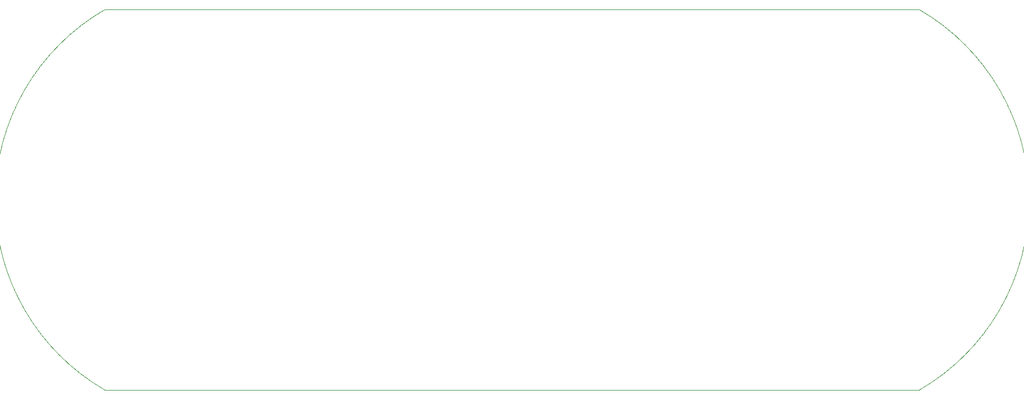
<source format=gbr>
%TF.GenerationSoftware,KiCad,Pcbnew,7.0.5-7.0.5~ubuntu20.04.1*%
%TF.CreationDate,2023-06-19T07:22:00+00:00*%
%TF.ProjectId,Controler_NRF24L01_Exclude_v3,436f6e74-726f-46c6-9572-5f4e52463234,rev?*%
%TF.SameCoordinates,Original*%
%TF.FileFunction,Glue,Top*%
%TF.FilePolarity,Positive*%
%FSLAX45Y45*%
G04 Gerber Fmt 4.5, Leading zero omitted, Abs format (unit mm)*
G04 Created by KiCad (PCBNEW 7.0.5-7.0.5~ubuntu20.04.1) date 2023-06-19 07:22:00*
%MOMM*%
%LPD*%
G01*
G04 APERTURE LIST*
%TA.AperFunction,Profile*%
%ADD10C,0.050000*%
%TD*%
%TA.AperFunction,Profile*%
%ADD11C,0.100000*%
%TD*%
G04 APERTURE END LIST*
D10*
X20569000Y-12290000D02*
G75*
G03*
X20569000Y-6490000I-1674316J2900000D01*
G01*
D11*
X8169000Y-6490000D02*
X20569000Y-6490000D01*
X8169000Y-12290000D02*
X20569000Y-12290000D01*
D10*
X8169000Y-6490000D02*
G75*
G03*
X8169000Y-12290000I1674316J-2900000D01*
G01*
M02*

</source>
